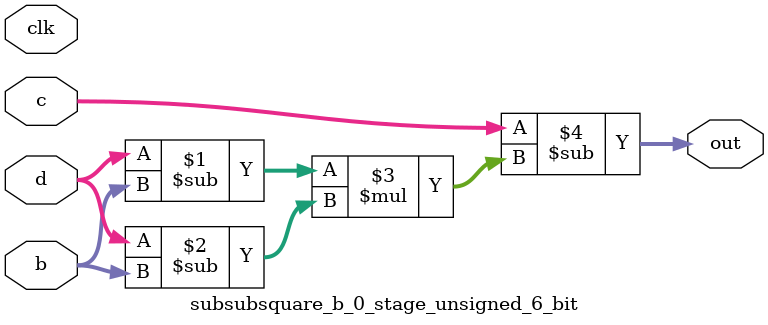
<source format=sv>
(* use_dsp = "yes" *) module subsubsquare_b_0_stage_unsigned_6_bit(
	input  [5:0] b,
	input  [5:0] c,
	input  [5:0] d,
	output [5:0] out,
	input clk);

	assign out = c - ((d - b) * (d - b));
endmodule

</source>
